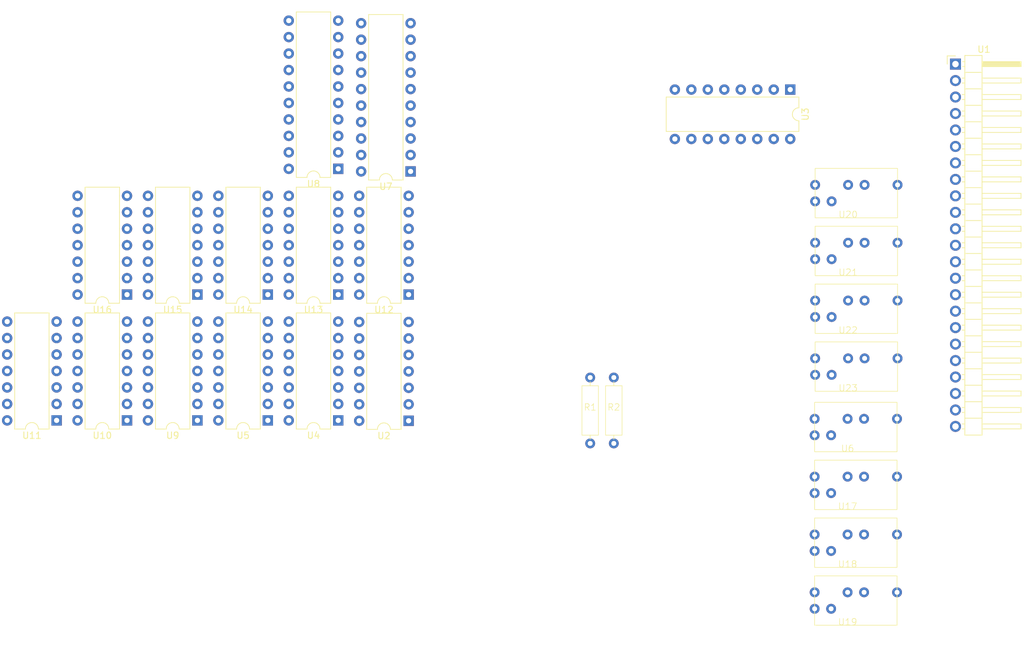
<source format=kicad_pcb>
(kicad_pcb (version 20240108) (generator "pcbnew") (generator_version "8.0")
  (layers (0 "F.Cu" signal) (31 "B.Cu" signal) (34 "B.Paste" user) (35 "F.Paste" user) (36 "B.SilkS" user "B.Silkscreen") (37 "F.SilkS" user "F.Silkscreen") (38 "B.Mask" user) (39 "F.Mask" user) (44 "Edge.Cuts" user))
  (net 0 "")
  (net 1 "Net-(U1-CALL_STACK-OE)")
  (net 2 "Net-(U1-INSTRUCTION-2)")
  (net 3 "Net-(U1-INSTRUCTION-1)")
  (net 4 "Net-(U1-BUS-0)")
  (net 5 "Net-(U1-V+)")
  (net 6 "Net-(U1-PROG_READ_DONE)")
  (net 7 "Net-(U1-POST_ADDER_LATCH_CLOCK)")
  (net 8 "Net-(U1-B_CLK)")
  (net 9 "Net-(U1-POST_ADDER_LATCH_OE)")
  (net 10 "Net-(U1-FAULT)")
  (net 11 "Net-(U1-INSTRUCTION-0)")
  (net 12 "Net-(U1-BUS_MOVE)")
  (net 13 "Net-(U1-A_CLK)")
  (net 14 "Net-(U1-BUS_MOVE_DONE)")
  (net 15 "Net-(U1-START)")
  (net 16 "Net-(U1-CALL_STACK-PUSH)")
  (net 17 "Net-(U1-INSTRUCTION-3)")
  (net 18 "Net-(U1-PRE_ADDER_LATCH_CLOCK)")
  (net 19 "Net-(U1-GOTO_LATCHES_OE)")
  (net 20 "Net-(U1-BUS_READ_GOTO-DECIDER)")
  (net 21 "Net-(U1-GND)")
  (net 22 "Net-(U2-OA)")
  (net 23 "Net-(U2-A2)")
  (net 25 "Net-(U2-A1)")
  (net 26 "Net-(U2-B0)")
  (net 27 "Net-(U10-1A)")
  (net 28 "Net-(U14-4Q)")
  (net 29 "Net-(U17-IN)")
  (net 31 "Net-(U10-0A)")
  (net 32 "Net-(U10-2B)")
  (net 33 "Net-(U10-2A)")
  (net 34 "Net-(U3-Y4)")
  (net 35 "Net-(U10-0B)")
  (net 36 "Net-(U16-1D)")
  (net 37 "Net-(U3-Y5)")
  (net 38 "Net-(U14-2A)")
  (net 39 "Net-(U13-0CLK)")
  (net 41 "Net-(U14-4A)")
  (net 43 "Net-(U15-4A)")
  (net 45 "Net-(U12-Q2)")
  (net 46 "Net-(U5-3Q)")
  (net 47 "Net-(U13-1Q3)")
  (net 48 "Net-(U5-1B)")
  (net 49 "Net-(U10-Q3)")
  (net 50 "Net-(U14-2B)")
  (net 51 "Net-(U12-0A)")
  (net 52 "Net-(U12-0B)")
  (net 53 "Net-(U5-2A)")
  (net 54 "Net-(U12-1B)")
  (net 56 "Net-(U11-B0)")
  (net 57 "Net-(U13-0D)")
  (net 58 "Net-(U11-A0)")
  (net 59 "Net-(U11-A1)")
  (net 60 "Net-(U11-A3)")
  (net 61 "Net-(U11-B1)")
  (net 63 "Net-(U15-4B)")
  (net 65 "Net-(U10-1B)")
  (net 68 "Net-(U11-OB)")
  (net 69 "Net-(U20-IN)")
  (net 70 "Net-(U10-3B)")
  (net 71 "Net-(U10-Q2)")
  (net 72 "Net-(U12-Q0)")
  (net 73 "Net-(U10-Q0)")
  (net 74 "Net-(U10-Q1)")
  (net 76 "Net-(U11-B2)")
  (net 78 "Net-(U12-3A)")
  (net 79 "Net-(U12-3B)")
  (net 80 "Net-(U12-Q3)")
  (net 81 "Net-(U12-2A)")
  (net 82 "Net-(U12-Q1)")
  (net 83 "Net-(U12-2B)")
  (net 84 "Net-(U12-1A)")
  (net 85 "Net-(U13-1CLK)")
  (net 86 "Net-(U13-0Q#)")
  (net 89 "Net-(U15-3B)")
  (footprint "Package_DIP:DIP-14_W7.62mm" (layer "F.Cu") (at 112.47 112.02 180)
    (property "Reference" "U4" (at 3.81 -2.33 180) (layer "F.SilkS"))
    (property "Value" "~")
    (pad "1" thru_hole rect (at 0 0 180) (size 1.6 1.6) (drill 0.8) (layers "*.Cu" "*.Mask") (net 21 "Net-(U1-GND)"))
    (pad "2" thru_hole oval (at 0 2.54 180) (size 1.6 1.6) (drill 0.8) (layers "*.Cu" "*.Mask"))
    (pad "3" thru_hole oval (at 0 5.08 180) (size 1.6 1.6) (drill 0.8) (layers "*.Cu" "*.Mask") (net 21 "Net-(U1-GND)"))
    (pad "4" thru_hole oval (at 0 7.62 180) (size 1.6 1.6) (drill 0.8) (layers "*.Cu" "*.Mask"))
    (pad "5" thru_hole oval (at 0 10.16 180) (size 1.6 1.6) (drill 0.8) (layers "*.Cu" "*.Mask") (net 45 "Net-(U12-Q2)"))
    (pad "6" thru_hole oval (at 0 12.7 180) (size 1.6 1.6) (drill 0.8) (layers "*.Cu" "*.Mask") (net 39 "Net-(U13-0CLK)"))
    (pad "7" thru_hole oval (at 0 15.24 180) (size 1.6 1.6) (drill 0.8) (layers "*.Cu" "*.Mask") (net 21 "Net-(U1-GND)"))
    (pad "8" thru_hole oval (at 7.62 15.24 180) (size 1.6 1.6) (drill 0.8) (layers "*.Cu" "*.Mask"))
    (pad "9" thru_hole oval (at 7.62 12.7 180) (size 1.6 1.6) (drill 0.8) (layers "*.Cu" "*.Mask") (net 21 "Net-(U1-GND)"))
    (pad "10" thru_hole oval (at 7.62 10.16 180) (size 1.6 1.6) (drill 0.8) (layers "*.Cu" "*.Mask") (net 38 "Net-(U14-2A)"))
    (pad "11" thru_hole oval (at 7.62 7.62 180) (size 1.6 1.6) (drill 0.8) (layers "*.Cu" "*.Mask") (net 41 "Net-(U14-4A)"))
    (pad "12" thru_hole oval (at 7.62 5.08 180) (size 1.6 1.6) (drill 0.8) (layers "*.Cu" "*.Mask") (net 43 "Net-(U15-4A)"))
    (pad "13" thru_hole oval (at 7.62 2.54 180) (size 1.6 1.6) (drill 0.8) (layers "*.Cu" "*.Mask") (net 13 "Net-(U1-A_CLK)"))
    (pad "14" thru_hole oval (at 7.62 0 180) (size 1.6 1.6) (drill 0.8) (layers "*.Cu" "*.Mask") (net 5 "Net-(U1-V+)"))
  )
  (footprint "custom_footprint_library:jumper" (layer "F.Cu") (at 190.97 125.775)
    (property "Reference" "U17" (at 0 -0.5 0) (layer "F.SilkS") (effects (font (thickness 0.1))))
    (property "Value" "~")
    (pad "1" thru_hole circle (at -5.08 -5.08) (size 1.524 1.524) (drill 0.762) (layers "*.Cu" "*.Mask") (net 29 "Net-(U17-IN)"))
    (pad "1" thru_hole circle (at 0 -5.08) (size 1.524 1.524) (drill 0.762) (layers "*.Cu" "*.Mask") (net 29 "Net-(U17-IN)"))
    (pad "2" thru_hole circle (at -5.08 -2.54) (size 1.524 1.524) (drill 0.762) (layers "*.Cu" "*.Mask") (net 21 "Net-(U1-GND)"))
    (pad "2" thru_hole circle (at -2.54 -2.54) (size 1.524 1.524) (drill 0.762) (layers "*.Cu" "*.Mask") (net 21 "Net-(U1-GND)"))
    (pad "3" thru_hole circle (at 2.54 -5.08) (size 1.524 1.524) (drill 0.762) (layers "*.Cu" "*.Mask") (net 16 "Net-(U1-CALL_STACK-PUSH)"))
    (pad "3" thru_hole circle (at 7.62 -5.08) (size 1.524 1.524) (drill 0.762) (layers "*.Cu" "*.Mask") (net 16 "Net-(U1-CALL_STACK-PUSH)"))
  )
  (footprint "Package_DIP:DIP-20_W7.62mm" (layer "F.Cu") (at 112.47 73.22 180)
    (property "Reference" "U8" (at 3.81 -2.33 180) (layer "F.SilkS"))
    (property "Value" "~")
    (pad "1" thru_hole rect (at 0 0 180) (size 1.6 1.6) (drill 0.8) (layers "*.Cu" "*.Mask") (net 21 "Net-(U1-GND)"))
    (pad "2" thru_hole oval (at 0 2.54 180) (size 1.6 1.6) (drill 0.8) (layers "*.Cu" "*.Mask") (net 34 "Net-(U3-Y4)"))
    (pad "3" thru_hole oval (at 0 5.08 180) (size 1.6 1.6) (drill 0.8) (layers "*.Cu" "*.Mask") (net 14 "Net-(U1-BUS_MOVE_DONE)"))
    (pad "4" thru_hole oval (at 0 7.62 180) (size 1.6 1.6) (drill 0.8) (layers "*.Cu" "*.Mask") (net 68 "Net-(U11-OB)"))
    (pad "5" thru_hole oval (at 0 10.16 180) (size 1.6 1.6) (drill 0.8) (layers "*.Cu" "*.Mask") (net 32 "Net-(U10-2B)"))
    (pad "6" thru_hole oval (at 0 12.7 180) (size 1.6 1.6) (drill 0.8) (layers "*.Cu" "*.Mask") (net 37 "Net-(U3-Y5)"))
    (pad "7" thru_hole oval (at 0 15.24 180) (size 1.6 1.6) (drill 0.8) (layers "*.Cu" "*.Mask") (net 21 "Net-(U1-GND)"))
    (pad "8" thru_hole oval (at 0 17.78 180) (size 1.6 1.6) (drill 0.8) (layers "*.Cu" "*.Mask") (net 21 "Net-(U1-GND)"))
    (pad "9" thru_hole oval (at 0 20.32 180) (size 1.6 1.6) (drill 0.8) (layers "*.Cu" "*.Mask") (net 21 "Net-(U1-GND)"))
    (pad "10" thru_hole oval (at 0 22.86 180) (size 1.6 1.6) (drill 0.8) (layers "*.Cu" "*.Mask") (net 21 "Net-(U1-GND)"))
    (pad "11" thru_hole oval (at 7.62 22.86 180) (size 1.6 1.6) (drill 0.8) (layers "*.Cu" "*.Mask") (net 8 "Net-(U1-B_CLK)"))
    (pad "12" thru_hole oval (at 7.62 20.32 180) (size 1.6 1.6) (drill 0.8) (layers "*.Cu" "*.Mask"))
    (pad "13" thru_hole oval (at 7.62 17.78 180) (size 1.6 1.6) (drill 0.8) (layers "*.Cu" "*.Mask"))
    (pad "14" thru_hole oval (at 7.62 15.24 180) (size 1.6 1.6) (drill 0.8) (layers "*.Cu" "*.Mask"))
    (pad "15" thru_hole oval (at 7.62 12.7 180) (size 1.6 1.6) (drill 0.8) (layers "*.Cu" "*.Mask") (net 29 "Net-(U17-IN)"))
    (pad "16" thru_hole oval (at 7.62 10.16 180) (size 1.6 1.6) (drill 0.8) (layers "*.Cu" "*.Mask") (net 48 "Net-(U5-1B)"))
    (pad "17" thru_hole oval (at 7.62 7.62 180) (size 1.6 1.6) (drill 0.8) (layers "*.Cu" "*.Mask") (net 65 "Net-(U10-1B)"))
    (pad "18" thru_hole oval (at 7.62 5.08 180) (size 1.6 1.6) (drill 0.8) (layers "*.Cu" "*.Mask") (net 26 "Net-(U2-B0)"))
    (pad "19" thru_hole oval (at 7.62 2.54 180) (size 1.6 1.6) (drill 0.8) (layers "*.Cu" "*.Mask") (net 23 "Net-(U2-A2)"))
    (pad "20" thru_hole oval (at 7.62 0 180) (size 1.6 1.6) (drill 0.8) (layers "*.Cu" "*.Mask") (net 5 "Net-(U1-V+)"))
  )
  (footprint "custom_footprint_library:jumper" (layer "F.Cu") (at 190.97 134.695)
    (property "Reference" "U18" (at 0 -0.5 0) (layer "F.SilkS") (effects (font (thickness 0.1))))
    (property "Value" "~")
    (pad "1" thru_hole circle (at -5.08 -5.08) (size 1.524 1.524) (drill 0.762) (layers "*.Cu" "*.Mask") (net 63 "Net-(U15-4B)"))
    (pad "1" thru_hole circle (at 0 -5.08) (size 1.524 1.524) (drill 0.762) (layers "*.Cu" "*.Mask") (net 63 "Net-(U15-4B)"))
    (pad "2" thru_hole circle (at -5.08 -2.54) (size 1.524 1.524) (drill 0.762) (layers "*.Cu" "*.Mask") (net 21 "Net-(U1-GND)"))
    (pad "2" thru_hole circle (at -2.54 -2.54) (size 1.524 1.524) (drill 0.762) (layers "*.Cu" "*.Mask") (net 21 "Net-(U1-GND)"))
    (pad "3" thru_hole circle (at 2.54 -5.08) (size 1.524 1.524) (drill 0.762) (layers "*.Cu" "*.Mask") (net 1 "Net-(U1-CALL_STACK-OE)"))
    (pad "3" thru_hole circle (at 7.62 -5.08) (size 1.524 1.524) (drill 0.762) (layers "*.Cu" "*.Mask") (net 1 "Net-(U1-CALL_STACK-OE)"))
  )
  (footprint "Package_DIP:DIP-14_W7.62mm" (layer "F.Cu") (at 123.32 112.075 180)
    (property "Reference" "U2" (at 3.81 -2.33 180) (layer "F.SilkS"))
    (property "Value" "~")
    (pad "1" thru_hole rect (at 0 0 180) (size 1.6 1.6) (drill 0.8) (layers "*.Cu" "*.Mask") (net 27 "Net-(U10-1A)"))
    (pad "2" thru_hole oval (at 0 2.54 180) (size 1.6 1.6) (drill 0.8) (layers "*.Cu" "*.Mask") (net 17 "Net-(U1-INSTRUCTION-3)"))
    (pad "3" thru_hole oval (at 0 5.08 180) (size 1.6 1.6) (drill 0.8) (layers "*.Cu" "*.Mask") (net 25 "Net-(U2-A1)"))
    (pad "4" thru_hole oval (at 0 7.62 180) (size 1.6 1.6) (drill 0.8) (layers "*.Cu" "*.Mask") (net 23 "Net-(U2-A2)"))
    (pad "5" thru_hole oval (at 0 10.16 180) (size 1.6 1.6) (drill 0.8) (layers "*.Cu" "*.Mask") (net 21 "Net-(U1-GND)"))
    (pad "6" thru_hole oval (at 0 12.7 180) (size 1.6 1.6) (drill 0.8) (layers "*.Cu" "*.Mask"))
    (pad "7" thru_hole oval (at 0 15.24 180) (size 1.6 1.6) (drill 0.8) (layers "*.Cu" "*.Mask") (net 21 "Net-(U1-GND)"))
    (pad "8" thru_hole oval (at 7.62 15.24 180) (size 1.6 1.6) (drill 0.8) (layers "*.Cu" "*.Mask"))
    (pad "9" thru_hole oval (at 7.62 12.7 180) (size 1.6 1.6) (drill 0.8) (layers "*.Cu" "*.Mask") (net 26 "Net-(U2-B0)"))
    (pad "10" thru_hole oval (at 7.62 10.16 180) (size 1.6 1.6) (drill 0.8) (layers "*.Cu" "*.Mask") (net 28 "Net-(U14-4Q)"))
    (pad "11" thru_hole oval (at 7.62 7.62 180) (size 1.6 1.6) (drill 0.8) (layers "*.Cu" "*.Mask") (net 23 "Net-(U2-A2)"))
    (pad "12" thru_hole oval (at 7.62 5.08 180) (size 1.6 1.6) (drill 0.8) (layers "*.Cu" "*.Mask") (net 29 "Net-(U17-IN)"))
    (pad "13" thru_hole oval (at 7.62 2.54 180) (size 1.6 1.6) (drill 0.8) (layers "*.Cu" "*.Mask") (net 22 "Net-(U2-OA)"))
    (pad "14" thru_hole oval (at 7.62 0 180) (size 1.6 1.6) (drill 0.8) (layers "*.Cu" "*.Mask") (net 5 "Net-(U1-V+)"))
  )
  (footprint "Package_DIP:DIP-14_W7.62mm" (layer "F.Cu") (at 101.62 92.62 180)
    (property "Reference" "U14" (at 3.81 -2.33 180) (layer "F.SilkS"))
    (property "Value" "~")
    (pad "1" thru_hole rect (at 0 0 180) (size 1.6 1.6) (drill 0.8) (layers "*.Cu" "*.Mask") (net 20 "Net-(U1-BUS_READ_GOTO-DECIDER)"))
    (pad "2" thru_hole oval (at 0 2.54 180) (size 1.6 1.6) (drill 0.8) (layers "*.Cu" "*.Mask") (net 13 "Net-(U1-A_CLK)"))
    (pad "3" thru_hole oval (at 0 5.08 180) (size 1.6 1.6) (drill 0.8) (layers "*.Cu" "*.Mask") (net 85 "Net-(U13-1CLK)"))
    (pad "4" thru_hole oval (at 0 7.62 180) (size 1.6 1.6) (drill 0.8) (layers "*.Cu" "*.Mask") (net 38 "Net-(U14-2A)"))
    (pad "5" thru_hole oval (at 0 10.16 180) (size 1.6 1.6) (drill 0.8) (layers "*.Cu" "*.Mask") (net 50 "Net-(U14-2B)"))
    (pad "6" thru_hole oval (at 0 12.7 180) (size 1.6 1.6) (drill 0.8) (layers "*.Cu" "*.Mask") (net 84 "Net-(U12-1A)"))
    (pad "7" thru_hole oval (at 0 15.24 180) (size 1.6 1.6) (drill 0.8) (layers "*.Cu" "*.Mask") (net 21 "Net-(U1-GND)"))
    (pad "8" thru_hole oval (at 7.62 15.24 180) (size 1.6 1.6) (drill 0.8) (layers "*.Cu" "*.Mask") (net 28 "Net-(U14-4Q)"))
    (pad "9" thru_hole oval (at 7.62 12.7 180) (size 1.6 1.6) (drill 0.8) (layers "*.Cu" "*.Mask") (net 50 "Net-(U14-2B)"))
    (pad "10" thru_hole oval (at 7.62 10.16 180) (size 1.6 1.6) (drill 0.8) (layers "*.Cu" "*.Mask") (net 41 "Net-(U14-4A)"))
    (pad "11" thru_hole oval (at 7.62 7.62 180) (size 1.6 1.6) (drill 0.8) (layers "*.Cu" "*.Mask"))
    (pad "12" thru_hole oval (at 7.62 5.08 180) (size 1.6 1.6) (drill 0.8) (layers "*.Cu" "*.Mask") (net 21 "Net-(U1-GND)"))
    (pad "13" thru_hole oval (at 7.62 2.54 180) (size 1.6 1.6) (drill 0.8) (layers "*.Cu" "*.Mask") (net 21 "Net-(U1-GND)"))
    (pad "14" thru_hole oval (at 7.62 0 180) (size 1.6 1.6) (drill 0.8) (layers "*.Cu" "*.Mask") (net 5 "Net-(U1-V+)"))
  )
  (footprint "custom_footprint_library:jumper" (layer "F.Cu") (at 190.97 116.855)
    (property "Reference" "U6" (at 0 -0.5 0) (layer "F.SilkS") (effects (font (thickness 0.1))))
    (property "Value" "~")
    (pad "1" thru_hole circle (at -5.08 -5.08) (size 1.524 1.524) (drill 0.762) (layers "*.Cu" "*.Mask") (net 22 "Net-(U2-OA)"))
    (pad "1" thru_hole circle (at 0 -5.08) (size 1.524 1.524) (drill 0.762) (layers "*.Cu" "*.Mask") (net 22 "Net-(U2-OA)"))
    (pad "2" thru_hole circle (at -5.08 -2.54) (size 1.524 1.524) (drill 0.762) (layers "*.Cu" "*.Mask") (net 21 "Net-(U1-GND)"))
    (pad "2" thru_hole circle (at -2.54 -2.54) (size 1.524 1.524) (drill 0.762) (layers "*.Cu" "*.Mask") (net 21 "Net-(U1-GND)"))
    (pad "3" thru_hole circle (at 2.54 -5.08) (size 1.524 1.524) (drill 0.762) (layers "*.Cu" "*.Mask") (net 10 "Net-(U1-FAULT)"))
    (pad "3" thru_hole circle (at 7.62 -5.08) (size 1.524 1.524) (drill 0.762) (layers "*.Cu" "*.Mask") (net 10 "Net-(U1-FAULT)"))
  )
  (footprint "Package_DIP:DIP-14_W7.62mm" (layer "F.Cu") (at 123.32 92.62 180)
    (property "Reference" "U12" (at 3.81 -2.33 180) (layer "F.SilkS"))
    (property "Value" "~")
    (pad "1" thru_hole rect (at 0 0 180) (size 1.6 1.6) (drill 0.8) (layers "*.Cu" "*.Mask") (net 51 "Net-(U12-0A)"))
    (pad "2" thru_hole oval (at 0 2.54 180) (size 1.6 1.6) (drill 0.8) (layers "*.Cu" "*.Mask") (net 52 "Net-(U12-0B)"))
    (pad "3" thru_hole oval (at 0 5.08 180) (size 1.6 1.6) (drill 0.8) (layers "*.Cu" "*.Mask") (net 72 "Net-(U12-Q0)"))
    (pad "4" thru_hole oval (at 0 7.62 180) (size 1.6 1.6) (drill 0.8) (layers "*.Cu" "*.Mask") (net 82 "Net-(U12-Q1)"))
    (pad "5" thru_hole oval (at 0 10.16 180) (size 1.6 1.6) (drill 0.8) (layers "*.Cu" "*.Mask") (net 84 "Net-(U12-1A)"))
    (pad "6" thru_hole oval (at 0 12.7 180) (size 1.6 1.6) (drill 0.8) (layers "*.Cu" "*.Mask") (net 54 "Net-(U12-1B)"))
    (pad "7" thru_hole oval (at 0 15.24 180) (size 1.6 1.6) (drill 0.8) (layers "*.Cu" "*.Mask") (net 21 "Net-(U1-GND)"))
    (pad "8" thru_hole oval (at 7.62 15.24 180) (size 1.6 1.6) (drill 0.8) (layers "*.Cu" "*.Mask") (net 81 "Net-(U12-2A)"))
    (pad "9" thru_hole oval (at 7.62 12.7 180) (size 1.6 1.6) (drill 0.8) (layers "*.Cu" "*.Mask") (net 83 "Net-(U12-2B)"))
    (pad "10" thru_hole oval (at 7.62 10.16 180) (size 1.6 1.6) (drill 0.8) (layers "*.Cu" "*.Mask") (net 45 "Net-(U12-Q2)"))
    (pad "11" thru_hole oval (at 7.62 7.62 180) (size 1.6 1.6) (drill 0.8) (layers "*.Cu" "*.Mask") (net 80 "Net-(U12-Q3)"))
    (pad "12" thru_hole oval (at 7.62 5.08 180) (size 1.6 1.6) (drill 0.8) (layers "*.Cu" "*.Mask") (net 78 "Net-(U12-3A)"))
    (pad "13" thru_hole oval (at 7.62 2.54 180) (size 1.6 1.6) (drill 0.8) (layers "*.Cu" "*.Mask") (net 79 "Net-(U12-3B)"))
    (pad "14" thru_hole oval (at 7.62 0 180) (size 1.6 1.6) (drill 0.8) (layers "*.Cu" "*.Mask") (net 5 "Net-(U1-V+)"))
  )
  (footprint "Package_DIP:DIP-16_W7.62mm" (layer "F.Cu") (at 182.13 60.995 -90)
    (property "Reference" "U3" (at 3.81 -2.33 90) (layer "F.SilkS"))
    (property "Value" "~")
    (pad "1" thru_hole rect (at 0 0 270) (size 1.6 1.6) (drill 0.8) (layers "*.Cu" "*.Mask") (net 11 "Net-(U1-INSTRUCTION-0)"))
    (pad "2" thru_hole oval (at 0 2.54 270) (size 1.6 1.6) (drill 0.8) (layers "*.Cu" "*.Mask") (net 3 "Net-(U1-INSTRUCTION-1)"))
    (pad "3" thru_hole oval (at 0 5.08 270) (size 1.6 1.6) (drill 0.8) (layers "*.Cu" "*.Mask") (net 2 "Net-(U1-INSTRUCTION-2)"))
    (pad "4" thru_hole oval (at 0 7.62 270) (size 1.6 1.6) (drill 0.8) (layers "*.Cu" "*.Mask") (net 17 "Net-(U1-INSTRUCTION-3)"))
    (pad "5" thru_hole oval (at 0 10.16 270) (size 1.6 1.6) (drill 0.8) (layers "*.Cu" "*.Mask") (net 21 "Net-(U1-GND)"))
    (pad "6" thru_hole oval (at 0 12.7 270) (size 1.6 1.6) (drill 0.8) (layers "*.Cu" "*.Mask") (net 6 "Net-(U1-PROG_READ_DONE)"))
    (pad "7" thru_hole oval (at 0 15.24 270) (size 1.6 1.6) (drill 0.8) (layers "*.Cu" "*.Mask") (net 25 "Net-(U2-A1)"))
    (pad "8" thru_hole oval (at 0 17.78 270) (size 1.6 1.6) (drill 0.8) (layers "*.Cu" "*.Mask") (net 21 "Net-(U1-GND)"))
    (pad "9" thru_hole oval (at 7.62 17.78 270) (size 1.6 1.6) (drill 0.8) (layers "*.Cu" "*.Mask") (net 36 "Net-(U16-1D)"))
    (pad "10" thru_hole oval (at 7.62 15.24 270) (size 1.6 1.6) (drill 0.8) (layers "*.Cu" "*.Mask") (net 37 "Net-(U3-Y5)"))
    (pad "11" thru_hole oval (at 7.62 12.7 270) (size 1.6 1.6) (drill 0.8) (layers "*.Cu" "*.Mask") (net 34 "Net-(U3-Y4)"))
    (pad "12" thru_hole oval (at 7.62 10.16 270) (size 1.6 1.6) (drill 0.8) (layers "*.Cu" "*.Mask") (net 32 "Net-(U10-2B)"))
    (pad "13" thru_hole oval (at 7.62 7.62 270) (size 1.6 1.6) (drill 0.8) (layers "*.Cu" "*.Mask") (net 33 "Net-(U10-2A)"))
    (pad "14" thru_hole oval (at 7.62 5.08 270) (size 1.6 1.6) (drill 0.8) (layers "*.Cu" "*.Mask") (net 35 "Net-(U10-0B)"))
    (pad "15" thru_hole oval (at 7.62 2.54 270) (size 1.6 1.6) (drill 0.8) (layers "*.Cu" "*.Mask") (net 31 "Net-(U10-0A)"))
    (pad "16" thru_hole oval (at 7.62 0 270) (size 1.6 1.6) (drill 0.8) (layers "*.Cu" "*.Mask") (net 5 "Net-(U1-V+)"))
  )
  (footprint "Package_DIP:DIP-14_W7.62mm" (layer "F.Cu") (at 79.92 112.02 180)
    (property "Reference" "U10" (at 3.81 -2.33 180) (layer "F.SilkS"))
    (property "Value" "~")
    (pad "1" thru_hole rect (at 0 0 180) (size 1.6 1.6) (drill 0.8) (layers "*.Cu" "*.Mask") (net 31 "Net-(U10-0A)"))
    (pad "2" thru_hole oval (at 0 2.54 180) (size 1.6 1.6) (drill 0.8) (layers "*.Cu" "*.Mask") (net 35 "Net-(U10-0B)"))
    (pad "3" thru_hole oval (at 0 5.08 180) (size 1.6 1.6) (drill 0.8) (layers "*.Cu" "*.Mask") (net 73 "Net-(U10-Q0)"))
    (pad "4" thru_hole oval (at 0 7.62 180) (size 1.6 1.6) (drill 0.8) (layers "*.Cu" "*.Mask") (net 74 "Net-(U10-Q1)"))
    (pad "5" thru_hole oval (at 0 10.16 180) (size 1.6 1.6) (drill 0.8) (layers "*.Cu" "*.Mask") (net 27 "Net-(U10-1A)"))
    (pad "6" thru_hole oval (at 0 12.7 180) (size 1.6 1.6) (drill 0.8) (layers "*.Cu" "*.Mask") (net 65 "Net-(U10-1B)"))
    (pad "7" thru_hole oval (at 0 15.24 180) (size 1.6 1.6) (drill 0.8) (layers "*.Cu" "*.Mask") (net 21 "Net-(U1-GND)"))
    (pad "8" thru_hole oval (at 7.62 15.24 180) (size 1.6 1.6) (drill 0.8) (layers "*.Cu" "*.Mask") (net 33 "Net-(U10-2A)"))
    (pad "9" thru_hole oval (at 7.62 12.7 180) (size 1.6 1.6) (drill 0.8) (layers "*.Cu" "*.Mask") (net 32 "Net-(U10-2B)"))
    (pad "10" thru_hole oval (at 7.62 10.16 180) (size 1.6 1.6) (drill 0.8) (layers "*.Cu" "*.Mask") (net 71 "Net-(U10-Q2)"))
    (pad "11" thru_hole oval (at 7.62 7.62 180) (size 1.6 1.6) (drill 0.8) (layers "*.Cu" "*.Mask") (net 49 "Net-(U10-Q3)"))
    (pad "12" thru_hole oval (at 7.62 5.08 180) (size 1.6 1.6) (drill 0.8) (layers "*.Cu" "*.Mask") (net 14 "Net-(U1-BUS_MOVE_DONE)"))
    (pad "13" thru_hole oval (at 7.62 2.54 180) (size 1.6 1.6) (drill 0.8) (layers "*.Cu" "*.Mask") (net 70 "Net-(U10-3B)"))
    (pad "14" thru_hole oval (at 7.62 0 180) (size 1.6 1.6) (drill 0.8) (layers "*.Cu" "*.Mask") (net 5 "Net-(U1-V+)"))
  )
  (footprint "custom_footprint_library:jumper" (layer "F.Cu") (at 191.05 89.695)
    (property "Reference" "U21" (at 0 -0.5 0) (layer "F.SilkS") (effects (font (thickness 0.1))))
    (property "Value" "~")
    (pad "1" thru_hole circle (at -5.08 -5.08) (size 1.524 1.524) (drill 0.762) (layers "*.Cu" "*.Mask") (net 68 "Net-(U11-OB)"))
    (pad "1" thru_hole circle (at 0 -5.08) (size 1.524 1.524) (drill 0.762) (layers "*.Cu" "*.Mask") (net 68 "Net-(U11-OB)"))
    (pad "2" thru_hole circle (at -5.08 -2.54) (size 1.524 1.524) (drill 0.762) (layers "*.Cu" "*.Mask") (net 21 "Net-(U1-GND)"))
    (pad "2" thru_hole circle (at -2.54 -2.54) (size 1.524 1.524) (drill 0.762) (layers "*.Cu" "*.Mask") (net 21 "Net-(U1-GND)"))
    (pad "3" thru_hole circle (at 2.54 -5.08) (size 1.524 1.524) (drill 0.762) (layers "*.Cu" "*.Mask") (net 18 "Net-(U1-PRE_ADDER_LATCH_CLOCK)"))
    (pad "3" thru_hole circle (at 7.62 -5.08) (size 1.524 1.524) (drill 0.762) (layers "*.Cu" "*.Mask") (net 18 "Net-(U1-PRE_ADDER_LATCH_CLOCK)"))
  )
  (footprint "custom_footprint_library:jumper" (layer "F.Cu") (at 191.05 98.615)
    (property "Reference" "U22" (at 0 -0.5 0) (layer "F.SilkS") (effects (font (thickness 0.1))))
    (property "Value" "~")
    (pad "1" thru_hole circle (at -5.08 -5.08) (size 1.524 1.524) (drill 0.762) (layers "*.Cu" "*.Mask") (net 65 "Net-(U10-1B)"))
    (pad "1" thru_hole circle (at 0 -5.08) (size 1.524 1.524) (drill 0.762) (layers "*.Cu" "*.Mask") (net 65 "Net-(U10-1B)"))
    (pad "2" thru_hole circle (at -5.08 -2.54) (size 1.524 1.524) (drill 0.762) (layers "*.Cu" "*.Mask") (net 21 "Net-(U1-GND)"))
    (pad "2" thru_hole circle (at -2.54 -2.54) (size 1.524 1.524) (drill 0.762) (layers "*.Cu" "*.Mask") (net 21 "Net-(U1-GND)"))
    (pad "3" thru_hole circle (at 2.54 -5.08) (size 1.524 1.524) (drill 0.762) (layers "*.Cu" "*.Mask") (net 7 "Net-(U1-POST_ADDER_LATCH_CLOCK)"))
    (pad "3" thru_hole circle (at 7.62 -5.08) (size 1.524 1.524) (drill 0.762) (layers "*.Cu" "*.Mask") (net 7 "Net-(U1-POST_ADDER_LATCH_CLOCK)"))
  )
  (footprint "Package_DIP:DIP-14_W7.62mm" (layer "F.Cu") (at 90.77 112.02 180)
    (property "Reference" "U9" (at 3.81 -2.33 180) (layer "F.SilkS"))
    (property "Value" "~")
    (pad "1" thru_hole rect (at 0 0 180) (size 1.6 1.6) (drill 0.8) (layers "*.Cu" "*.Mask") (net 69 "Net-(U20-IN)"))
    (pad "2" thru_hole oval (at 0 2.54 180) (size 1.6 1.6) (drill 0.8) (layers "*.Cu" "*.Mask") (net 70 "Net-(U10-3B)"))
    (pad "3" thru_hole oval (at 0 5.08 180) (size 1.6 1.6) (drill 0.8) (layers "*.Cu" "*.Mask") (net 46 "Net-(U5-3Q)"))
    (pad "4" thru_hole oval (at 0 7.62 180) (size 1.6 1.6) (drill 0.8) (layers "*.Cu" "*.Mask") (net 21 "Net-(U1-GND)"))
    (pad "5" thru_hole oval (at 0 10.16 180) (size 1.6 1.6) (drill 0.8) (layers "*.Cu" "*.Mask") (net 73 "Net-(U10-Q0)"))
    (pad "6" thru_hole oval (at 0 12.7 180) (size 1.6 1.6) (drill 0.8) (layers "*.Cu" "*.Mask") (net 21 "Net-(U1-GND)"))
    (pad "7" thru_hole oval (at 0 15.24 180) (size 1.6 1.6) (drill 0.8) (layers "*.Cu" "*.Mask") (net 21 "Net-(U1-GND)"))
    (pad "8" thru_hole oval (at 7.62 15.24 180) (size 1.6 1.6) (drill 0.8) (layers "*.Cu" "*.Mask") (net 21 "Net-(U1-GND)"))
    (pad "9" thru_hole oval (at 7.62 12.7 180) (size 1.6 1.6) (drill 0.8) (layers "*.Cu" "*.Mask") (net 71 "Net-(U10-Q2)"))
    (pad "10" thru_hole oval (at 7.62 10.16 180) (size 1.6 1.6) (drill 0.8) (layers "*.Cu" "*.Mask") (net 21 "Net-(U1-GND)"))
    (pad "11" thru_hole oval (at 7.62 7.62 180) (size 1.6 1.6) (drill 0.8) (layers "*.Cu" "*.Mask") (net 72 "Net-(U12-Q0)"))
    (pad "12" thru_hole oval (at 7.62 5.08 180) (size 1.6 1.6) (drill 0.8) (layers "*.Cu" "*.Mask") (net 53 "Net-(U5-2A)"))
    (pad "13" thru_hole oval (at 7.62 2.54 180) (size 1.6 1.6) (drill 0.8) (layers "*.Cu" "*.Mask") (net 50 "Net-(U14-2B)"))
    (pad "14" thru_hole oval (at 7.62 0 180) (size 1.6 1.6) (drill 0.8) (layers "*.Cu" "*.Mask") (net 5 "Net-(U1-V+)"))
  )
  (footprint "custom_footprint_library:0.4_pitch_resistor" (layer "F.Cu") (at 154.94 110.49)
    (property "Reference" "R2" (at 0 -0.5 0) (layer "F.SilkS") (effects (font (thickness 0.1))))
    (property "Value" "10k")
    (pad "1" thru_hole circle (at 0 -5.08) (size 1.524 1.524) (drill 0.762) (layers "*.Cu" "*.Mask") (net 14 "Net-(U1-BUS_MOVE_DONE)"))
    (pad "2" thru_hole circle (at 0 5.08) (size 1.524 1.524) (drill 0.762) (layers "*.Cu" "*.Mask") (net 21 "Net-(U1-GND)"))
  )
  (footprint "custom_footprint_library:jumper" (layer "F.Cu") (at 191.05 107.535)
    (property "Reference" "U23" (at 0 -0.5 0) (layer "F.SilkS") (effects (font (thickness 0.1))))
    (property "Value" "~")
    (pad "1" thru_hole circle (at -5.08 -5.08) (size 1.524 1.524) (drill 0.762) (layers "*.Cu" "*.Mask") (net 74 "Net-(U10-Q1)"))
    (pad "1" thru_hole circle (at 0 -5.08) (size 1.524 1.524) (drill 0.762) (layers "*.Cu" "*.Mask") (net 74 "Net-(U10-Q1)"))
    (pad "2" thru_hole circle (at -5.08 -2.54) (size 1.524 1.524) (drill 0.762) (layers "*.Cu" "*.Mask") (net 21 "Net-(U1-GND)"))
    (pad "2" thru_hole circle (at -2.54 -2.54) (size 1.524 1.524) (drill 0.762) (layers "*.Cu" "*.Mask") (net 21 "Net-(U1-GND)"))
    (pad "3" thru_hole circle (at 2.54 -5.08) (size 1.524 1.524) (drill 0.762) (layers "*.Cu" "*.Mask") (net 9 "Net-(U1-POST_ADDER_LATCH_OE)"))
    (pad "3" thru_hole circle (at 7.62 -5.08) (size 1.524 1.524) (drill 0.762) (layers "*.Cu" "*.Mask") (net 9 "Net-(U1-POST_ADDER_LATCH_OE)"))
  )
  (footprint "Package_DIP:DIP-14_W7.62mm" (layer "F.Cu") (at 101.62 112.02 180)
    (property "Reference" "U5" (at 3.81 -2.33 180) (layer "F.SilkS"))
    (property "Value" "~")
    (pad "1" thru_hole rect (at 0 0 180) (size 1.6 1.6) (drill 0.8) (layers "*.Cu" "*.Mask") (net 47 "Net-(U13-1Q3)"))
    (pad "2" thru_hole oval (at 0 2.54 180) (size 1.6 1.6) (drill 0.8) (layers "*.Cu" "*.Mask") (net 48 "Net-(U5-1B)"))
    (pad "3" thru_hole oval (at 0 5.08 180) (size 1.6 1.6) (drill 0.8) (layers "*.Cu" "*.Mask") (net 41 "Net-(U14-4A)"))
    (pad "4" thru_hole oval (at 0 7.62 180) (size 1.6 1.6) (drill 0.8) (layers "*.Cu" "*.Mask") (net 53 "Net-(U5-2A)"))
    (pad "5" thru_hole oval (at 0 10.16 180) (size 1.6 1.6) (drill 0.8) (layers "*.Cu" "*.Mask") (net 8 "Net-(U1-B_CLK)"))
    (pad "6" thru_hole oval (at 0 12.7 180) (size 1.6 1.6) (drill 0.8) (layers "*.Cu" "*.Mask") (net 52 "Net-(U12-0B)"))
    (pad "7" thru_hole oval (at 0 15.24 180) (size 1.6 1.6) (drill 0.8) (layers "*.Cu" "*.Mask") (net 21 "Net-(U1-GND)"))
    (pad "8" thru_hole oval (at 7.62 15.24 180) (size 1.6 1.6) (drill 0.8) (layers "*.Cu" "*.Mask") (net 51 "Net-(U12-0A)"))
    (pad "9" thru_hole oval (at 7.62 12.7 180) (size 1.6 1.6) (drill 0.8) (layers "*.Cu" "*.Mask") (net 43 "Net-(U15-4A)"))
    (pad "10" thru_hole oval (at 7.62 10.16 180) (size 1.6 1.6) (drill 0.8) (layers "*.Cu" "*.Mask") (net 50 "Net-(U14-2B)"))
    (pad "11" thru_hole oval (at 7.62 7.62 180) (size 1.6 1.6) (drill 0.8) (layers "*.Cu" "*.Mask") (net 46 "Net-(U5-3Q)"))
    (pad "12" thru_hole oval (at 7.62 5.08 180) (size 1.6 1.6) (drill 0.8) (layers "*.Cu" "*.Mask") (net 49 "Net-(U10-Q3)"))
    (pad "13" thru_hole oval (at 7.62 2.54 180) (size 1.6 1.6) (drill 0.8) (layers "*.Cu" "*.Mask") (net 8 "Net-(U1-B_CLK)"))
    (pad "14" thru_hole oval (at 7.62 0 180) (size 1.6 1.6) (drill 0.8) (layers "*.Cu" "*.Mask") (net 5 "Net-(U1-V+)"))
  )
  (footprint "Connector_PinHeader_2.54mm:PinHeader_1x23_P2.54mm_Horizontal" (layer "F.Cu") (at 207.595 57.07)
    (property "Reference" "U1" (at 4.385 -2.27 0) (layer "F.SilkS"))
    (property "Value" "~")
    (pad "1" thru_hole rect (at 0 0) (size 1.7 1.7) (drill 1) (layers "*.Cu" "*.Mask") (net 5 "Net-(U1-V+)"))
    (pad "2" thru_hole oval (at 0 2.54) (size 1.7 1.7) (drill 1) (layers "*.Cu" "*.Mask") (net 21 "Net-(U1-GND)"))
    (pad "3" thru_hole oval (at 0 5.08) (size 1.7 1.7) (drill 1) (layers "*.Cu" "*.Mask") (net 13 "Net-(U1-A_CLK)"))
    (pad "4" thru_hole oval (at 0 7.62) (size 1.7 1.7) (drill 1) (layers "*.Cu" "*.Mask") (net 8 "Net-(U1-B_CLK)"))
    (pad "5" thru_hole oval (at 0 10.16) (size 1.7 1.7) (drill 1) (layers "*.Cu" "*.Mask") (net 14 "Net-(U1-BUS_MOVE_DONE)"))
    (pad "6" thru_hole oval (at 0 12.7) (size 1.7 1.7) (drill 1) (layers "*.Cu" "*.Mask") (net 6 "Net-(U1-PROG_READ_DONE)"))
    (pad "7" thru_hole oval (at 0 15.24) (size 1.7 1.7) (drill 1) (layers "*.Cu" "*.Mask") (net 11 "Net-(U1-INSTRUCTION-0)"))
    (pad "8" thru_hole oval (at 0 17.78) (size 1.7 1.7) (drill 1) (layers "*.Cu" "*.Mask") (net 3 "Net-(U1-INSTRUCTION-1)"))
    (pad "9" thru_hole oval (at 0 20.32) (size 1.7 1.7) (drill 1) (layers "*.Cu" "*.Mask") (net 2 "Net-(U1-INSTRUCTION-2)"))
    (pad "10" thru_hole oval (at 0 22.86) (size 1.7 1.7) (drill 1) (layers "*.Cu" "*.Mask") (net 17 "Net-(U1-INSTRUCTION-3)"))
    (pad "11" thru_hole oval (at 0 25.4) (size 1.7 1.7) (drill 1) (layers "*.Cu" "*.Mask") (net 4 "Net-(U1-BUS-0)"))
    (pad "12" thru_hole oval (at 0 27.94) (size 1.7 1.7) (drill 1) (layers "*.Cu" "*.Mask") (net 15 "Net-(U1-START)"))
    (pad "13" thru_hole oval (at 0 30.48) (size 1.7 1.7) (drill 1) (layers "*.Cu" "*.Mask") (net 20 "Net-(U1-BUS_READ_GOTO-DECIDER)"))
    (pad "14" thru_hole oval (at 0 33.02) (size 1.7 1.7) (drill 1) (layers "*.Cu" "*.Mask") (net 12 "Net-(U1-BUS_MOVE)"))
    (pad "15" thru_hole oval (at 0 35.56) (size 1.7 1.7) (drill 1) (layers "*.Cu" "*.Mask") (net 18 "Net-(U1-PRE_ADDER_LATCH_CLOCK)"))
    (pad "16" thru_hole oval (at 0 38.1) (size 1.7 1.7) (drill 1) (layers "*.Cu" "*.Mask") (net 7 "Net-(U1-POST_ADDER_LATCH_CLOCK)"))
    (pad "17" thru_hole oval (at 0 40.64) (size 1.7 1.7) (drill 1) (layers "*.Cu" "*.Mask") (net 9 "Net-(U1-POST_ADDER_LATCH_OE)"))
    (pad "18" thru_hole oval (at 0 43.18) (size 1.7 1.7) (drill 1) (layers "*.Cu" "*.Mask") (net 7 "Net-(U1-POST_ADDER_LATCH_CLOCK)"))
    (pad "19" thru_hole oval (at 0 45.72) (size 1.7 1.7) (drill 1) (layers "*.Cu" "*.Mask") (net 10 "Net-(U1-FAULT)"))
    (pad "20" thru_hole oval (at 0 48.26) (size 1.7 1.7) (drill 1) (layers "*.Cu" "*.Mask") (net 16 "Net-(U1-CALL_STACK-PUSH)"))
    (pad "21" thru_hole oval (at 0 50.8) (size 1.7 1.7) (drill 1) (layers "*.Cu" "*.Mask") (net 1 "Net-(U1-CALL_STACK-OE)"))
    (pad "22" thru_hole oval (at 0 53.34) (size 1.7 1.7) (drill 1) (layers "*.Cu" "*.Mask") (net 1 "Net-(U1-CALL_STACK-OE)"))
    (pad "23" thru_hole oval (at 0 55.88) (size 1.7 1.7) (drill 1) (layers "*.Cu" "*.Mask") (net 19 "Net-(U1-GOTO_LATCHES_OE)"))
  )
  (footprint "custom_footprint_library:jumper" (layer "F.Cu") (at 191.05 80.775)
    (property "Reference" "U20" (at 0 -0.5 0) (layer "F.SilkS") (effects (font (thickness 0.1))))
    (property "Value" "~")
    (pad "1" thru_hole circle (at -5.08 -5.08) (size 1.524 1.524) (drill 0.762) (layers "*.Cu" "*.Mask") (net 69 "Net-(U20-IN)"))
    (pad "1" thru_hole circle (at 0 -5.08) (size 1.524 1.524) (drill 0.762) (layers "*.Cu" "*.Mask") (net 69 "Net-(U20-IN)"))
    (pad "2" thru_hole circle (at -5.08 -2.54) (size 1.524 1.524) (drill 0.762) (layers "*.Cu" "*.Mask") (net 21 "Net-(U1-GND)"))
    (pad "2" thru_hole circle (at -2.54 -2.54) (size 1.524 1.524) (drill 0.762) (layers "*.Cu" "*.Mask") (net 21 "Net-(U1-GND)"))
    (pad "3" thru_hole circle (at 2.54 -5.08) (size 1.524 1.524) (drill 0.762) (layers "*.Cu" "*.Mask") (net 12 "Net-(U1-BUS_MOVE)"))
    (pad "3" thru_hole circle (at 7.62 -5.08) (size 1.524 1.524) (drill 0.762) (layers "*.Cu" "*.Mask") (net 12 "Net-(U1-BUS_MOVE)"))
  )
  (footprint "custom_footprint_library:0.4_pitch_resistor" (layer "F.Cu") (at 151.3 110.49)
    (property "Reference" "R1" (at 0 -0.5 0) (layer "F.SilkS") (effects (font (thickness 0.1))))
    (property "Value" "10k")
    (pad "1" thru_hole circle (at 0 -5.08) (size 1.524 1.524) (drill 0.762) (layers "*.Cu" "*.Mask") (net 15 "Net-(U1-START)"))
    (pad "2" thru_hole circle (at 0 5.08) (size 1.524 1.524) (drill 0.762) (layers "*.Cu" "*.Mask") (net 21 "Net-(U1-GND)"))
  )
  (footprint "Package_DIP:DIP-20_W7.62mm" (layer "F.Cu") (at 123.62 73.62 180)
    (property "Reference" "U7" (at 3.81 -2.33 180) (layer "F.SilkS"))
    (property "Value" "~")
    (pad "1" thru_hole rect (at 0 0 180) (size 1.6 1.6) (drill 0.8) (layers "*.Cu" "*.Mask") (net 21 "Net-(U1-GND)"))
    (pad "2" thru_hole oval (at 0 2.54 180) (size 1.6 1.6) (drill 0.8) (layers "*.Cu" "*.Mask") (net 26 "Net-(U2-B0)"))
    (pad "3" thru_hole oval (at 0 5.08 180) (size 1.6 1.6) (drill 0.8) (layers "*.Cu" "*.Mask") (net 50 "Net-(U14-2B)"))
    (pad "4" thru_hole oval (at 0 7.62 180) (size 1.6 1.6) (drill 0.8) (layers "*.Cu" "*.Mask") (net 29 "Net-(U17-IN)"))
    (pad "5" thru_hole oval (at 0 10.16 180) (size 1.6 1.6) (drill 0.8) (layers "*.Cu" "*.Mask") (net 54 "Net-(U12-1B)"))
    (pad "6" thru_hole oval (at 0 12.7 180) (size 1.6 1.6) (drill 0.8) (layers "*.Cu" "*.Mask") (net 63 "Net-(U15-4B)"))
    (pad "7" thru_hole oval (at 0 15.24 180) (size 1.6 1.6) (drill 0.8) (layers "*.Cu" "*.Mask") (net 23 "Net-(U2-A2)"))
    (pad "8" thru_hole oval (at 0 17.78 180) (size 1.6 1.6) (drill 0.8) (layers "*.Cu" "*.Mask") (net 21 "Net-(U1-GND)"))
    (pad "9" thru_hole oval (at 0 20.32 180) (size 1.6 1.6) (drill 0.8) (layers "*.Cu" "*.Mask") (net 21 "Net-(U1-GND)"))
    (pad "10" thru_hole oval (at 0 22.86 180) (size 1.6 1.6) (drill 0.8) (layers "*.Cu" "*.Mask") (net 21 "Net-(U1-GND)"))
    (pad "11" thru_hole oval (at 7.62 22.86 180) (size 1.6 1.6) (drill 0.8) (layers "*.Cu" "*.Mask") (net 13 "Net-(U1-A_CLK)"))
    (pad "12" thru_hole oval (at 7.62 20.32 180) (size 1.6 1.6) (drill 0.8) (layers "*.Cu" "*.Mask"))
    (pad "13" thru_hole oval (at 7.62 17.78 180) (size 1.6 1.6) (drill 0.8) (layers "*.Cu" "*.Mask"))
    (pad "14" thru_hole oval (at 7.62 15.24 180) (size 1.6 1.6) (drill 0.8) (layers "*.Cu" "*.Mask") (net 61 "Net-(U11-B1)"))
    (pad "15" thru_hole oval (at 7.62 12.7 180) (size 1.6 1.6) (drill 0.8) (layers "*.Cu" "*.Mask") (net 56 "Net-(U11-B0)"))
    (pad "16" thru_hole oval (at 7.62 10.16 180) (size 1.6 1.6) (drill 0.8) (layers "*.Cu" "*.Mask") (net 60 "Net-(U11-A3)"))
    (pad "17" thru_hole oval (at 7.62 7.62 180) (size 1.6 1.6) (drill 0.8) (layers "*.Cu" "*.Mask") (net 57 "Net-(U13-0D)"))
    (pad "18" thru_hole oval (at 7.62 5.08 180) (size 1.6 1.6) (drill 0.8) (layers "*.Cu" "*.Mask") (net 58 "Net-(U11-A0)"))
    (pad "19" thru_hole oval (at 7.62 2.54 180) (size 1.6 1.6) (drill 0.8) (layers "*.Cu" "*.Mask") (net 59 "Net-(U11-A1)"))
    (pad "20" thru_hole oval (at 7.62 0 180) (size 1.6 1.6) (drill 0.8) (layers "*.Cu" "*.Mask") (net 5 "Net-(U1-V+)"))
  )
  (footprint "custom_footprint_library:jumper" (layer "F.Cu") (at 190.97 143.615)
    (property "Reference" "U19" (at 0 -0.5 0) (layer "F.SilkS") (effects (font (thickness 0.1))))
    (property "Value" "~")
    (pad "1" thru_hole circle (at -5.08 -5.08) (size 1.524 1.524) (drill 0.762) (layers "*.Cu" "*.Mask") (net 82 "Net-(U12-Q1)"))
    (pad "1" thru_hole circle (at 0 -5.08) (size 1.524 1.524) (drill 0.762) (layers "*.Cu" "*.Mask") (net 82 "Net-(U12-Q1)"))
    (pad "2" thru_hole circle (at -5.08 -2.54) (size 1.524 1.524) (drill 0.762) (layers "*.Cu" "*.Mask") (net 21 "Net-(U1-GND)"))
    (pad "2" thru_hole circle (at -2.54 -2.54) (size 1.524 1.524) (drill 0.762) (layers "*.Cu" "*.Mask") (net 21 "Net-(U1-GND)"))
    (pad "3" thru_hole circle (at 2.54 -5.08) (size 1.524 1.524) (drill 0.762) (layers "*.Cu" "*.Mask") (net 19 "Net-(U1-GOTO_LATCHES_OE)"))
    (pad "3" thru_hole circle (at 7.62 -5.08) (size 1.524 1.524) (drill 0.762) (layers "*.Cu" "*.Mask") (net 19 "Net-(U1-GOTO_LATCHES_OE)"))
  )
  (footprint "Package_DIP:DIP-14_W7.62mm" (layer "F.Cu") (at 69.07 112.02 180)
    (property "Reference" "U11" (at 3.81 -2.33 180) (layer "F.SilkS"))
    (property "Value" "~")
    (pad "1" thru_hole rect (at 0 0 180) (size 1.6 1.6) (drill 0.8) (layers "*.Cu" "*.Mask") (net 68 "Net-(U11-OB)"))
    (pad "2" thru_hole oval (at 0 2.54 180) (size 1.6 1.6) (drill 0.8) (layers "*.Cu" "*.Mask") (net 58 "Net-(U11-A0)"))
    (pad "3" thru_hole oval (at 0 5.08 180) (size 1.6 1.6) (drill 0.8) (layers "*.Cu" "*.Mask") (net 59 "Net-(U11-A1)"))
    (pad "4" thru_hole oval (at 0 7.62 180) (size 1.6 1.6) (drill 0.8) (layers "*.Cu" "*.Mask") (net 15 "Net-(U1-START)"))
    (pad "5" thru_hole oval (at 0 10.16 180) (size 1.6 1.6) (drill 0.8) (layers "*.Cu" "*.Mask") (net 60 "Net-(U11-A3)"))
    (pad "6" thru_hole oval (at 0 12.7 180) (size 1.6 1.6) (drill 0.8) (layers "*.Cu" "*.Mask"))
    (pad "7" thru_hole oval (at 0 15.24 180) (size 1.6 1.6) (drill 0.8) (layers "*.Cu" "*.Mask") (net 21 "Net-(U1-GND)"))
    (pad "8" thru_hole oval (at 7.62 15.24 180) (size 1.6 1.6) (drill 0.8) (layers "*.Cu" "*.Mask"))
    (pad "9" thru_hole oval (at 7.62 12.7 180) (size 1.6 1.6) (drill 0.8) (layers "*.Cu" "*.Mask") (net 56 "Net-(U11-B0)"))
    (pad "10" thru_hole oval (at 7.62 10.16 180) (size 1.6 1.6) (drill 0.8) (layers "*.Cu" "*.Mask") (net 61 "Net-(U11-B1)"))
    (pad "11" thru_hole oval (at 7.62 7.62 180) (size 1.6 1.6) (drill 0.8) (layers "*.Cu" "*.Mask") (net 76 "Net-(U11-B2)"))
    (pad "12" thru_hole oval (at 7.62 5.08 180) (size 1.6 1.6) (drill 0.8) (layers "*.Cu" "*.Mask") (net 21 "Net-(U1-GND)"))
    (pad "13" thru_hole oval (at 7.62 2.54 180) (size 1.6 1.6) (drill 0.8) (layers "*.Cu" "*.Mask") (net 76 "Net-(U11-B2)"))
    (pad "14" thru_hole oval (at 7.62 0 180) (size 1.6 1.6) (drill 0.8) (layers "*.Cu" "*.Mask") (net 5 "Net-(U1-V+)"))
  )
  (footprint "Package_DIP:DIP-14_W7.62mm" (layer "F.Cu") (at 112.47 92.62 180)
    (property "Reference" "U13" (at 3.81 -2.33 180) (layer "F.SilkS"))
    (property "Value" "~")
    (pad "1" thru_hole rect (at 0 0 180) (size 1.6 1.6) (drill 0.8) (layers "*.Cu" "*.Mask") (net 54 "Net-(U12-1B)"))
    (pad "2" thru_hole oval (at 0 2.54 180) (size 1.6 1.6) (drill 0.8) (layers "*.Cu" "*.Mask") (net 86 "Net-(U13-0Q#)"))
    (pad "3" thru_hole oval (at 0 5.08 180) (size 1.6 1.6) (drill 0.8) (layers "*.Cu" "*.Mask") (net 39 "Net-(U13-0CLK)"))
    (pad "4" thru_hole oval (at 0 7.62 180) (size 1.6 1.6) (drill 0.8) (layers "*.Cu" "*.Mask") (net 21 "Net-(U1-GND)"))
    (pad "5" thru_hole oval (at 0 10.16 180) (size 1.6 1.6) (drill 0.8) (layers "*.Cu" "*.Mask") (net 57 "Net-(U13-0D)"))
    (pad "6" thru_hole oval (at 0 12.7 180) (size 1.6 1.6) (drill 0.8) (layers "*.Cu" "*.Mask") (net 21 "Net-(U1-GND)"))
    (pad "7" thru_hole oval (at 0 15.24 180) (size 1.6 1.6) (drill 0.8) (layers "*.Cu" "*.Mask") (net 21 "Net-(U1-GND)"))
    (pad "8" thru_hole oval (at 7.62 15.24 180) (size 1.6 1.6) (drill 0.8) (layers "*.Cu" "*.Mask") (net 21 "Net-(U1-GND)"))
    (pad "9" thru_hole oval (at 7.62 12.7 180) (size 1.6 1.6) (drill 0.8) (layers "*.Cu" "*.Mask") (net 4 "Net-(U1-BUS-0)"))
    (pad "10" thru_hole oval (at 7.62 10.16 180) (size 1.6 1.6) (drill 0.8) (layers "*.Cu" "*.Mask") (net 21 "Net-(U1-GND)"))
    (pad "11" thru_hole oval (at 7.62 7.62 180) (size 1.6 1.6) (drill 0.8) (layers "*.Cu" "*.Mask") (net 85 "Net-(U13-1CLK)"))
    (pad "12" thru_hole oval (at 7.62 5.08 180) (size 1.6 1.6) (drill 0.8) (layers "*.Cu" "*.Mask") (net 47 "Net-(U13-1Q3)"))
    (pad "13" thru_hole oval (at 7.62 2.54 180) (size 1.6 1.6) (drill 0.8) (layers "*.Cu" "*.Mask"))
    (pad "14" thru_hole oval (at 7.62 0 180) (size 1.6 1.6) (drill 0.8) (layers "*.Cu" "*.Mask") (net 5 "Net-(U1-V+)"))
  )
  (footprint "Package_DIP:DIP-14_W7.62mm" (layer "F.Cu") (at 79.92 92.62 180)
    (property "Reference" "U16" (at 3.81 -2.33 180) (layer "F.SilkS"))
    (property "Value" "~")
    (pad "1" thru_hole rect (at 0 0 180) (size 1.6 1.6) (drill 0.8) (layers "*.Cu" "*.Mask"))
    (pad "2" thru_hole oval (at 0 2.54 180) (size 1.6 1.6) (drill 0.8) (layers "*.Cu" "*.Mask"))
    (pad "3" thru_hole oval (at 0 5.08 180) (size 1.6 1.6) (drill 0.8) (layers "*.Cu" "*.Mask") (net 21 "Net-(U1-GND)"))
    (pad "4" thru_hole oval (at 0 7.62 180) (size 1.6 1.6) (drill 0.8) (layers "*.Cu" "*.Mask") (net 21 "Net-(U1-GND)"))
    (pad "5" thru_hole oval (at 0 10.16 180) (size 1.6 1.6) (drill 0.8) (layers "*.Cu" "*.Mask") (net 21 "Net-(U1-GND)"))
    (pad "6" thru_hole oval (at 0 12.7 180) (size 1.6 1.6) (drill 0.8) (layers "*.Cu" "*.Mask") (net 21 "Net-(U1-GND)"))
    (pad "7" thru_hole oval (at 0 15.24 180) (size 1.6 1.6) (drill 0.8) (layers "*.Cu" "*.Mask") (net 21 "Net-(U1-GND)"))
    (pad "8" thru_hole oval (at 7.62 15.24 180) (size 1.6 1.6) (drill 0.8) (layers "*.Cu" "*.Mask") (net 21 "Net-(U1-GND)"))
    (pad "9" thru_hole oval (at 7.62 12.7 180) (size 1.6 1.6) (drill 0.8) (layers "*.Cu" "*.Mask") (net 36 "Net-(U16-1D)"))
    (pad "10" thru_hole oval (at 7.62 10.16 180) (size 1.6 1.6) (drill 0.8) (layers "*.Cu" "*.Mask") (net 21 "Net-(U1-GND)"))
    (pad "11" thru_hole oval (at 7.62 7.62 180) (size 1.6 1.6) (drill 0.8) (layers "*.Cu" "*.Mask") (net 80 "Net-(U12-Q3)"))
    (pad "12" thru_hole oval (at 7.62 5.08 180) (size 1.6 1.6) (drill 0.8) (layers "*.Cu" "*.Mask") (net 89 "Net-(U15-3B)"))
    (pad "13" thru_hole oval (at 7.62 2.54 180) (size 1.6 1.6) (drill 0.8) (layers "*.Cu" "*.Mask") (net 63 "Net-(U15-4B)"))
    (pad "14" thru_hole oval (at 7.62 0 180) (size 1.6 1.6) (drill 0.8) (layers "*.Cu" "*.Mask") (net 5 "Net-(U1-V+)"))
  )
  (footprint "Package_DIP:DIP-14_W7.62mm" (layer "F.Cu") (at 90.77 92.62 180)
    (property "Reference" "U15" (at 3.81 -2.33 180) (layer "F.SilkS"))
    (property "Value" "~")
    (pad "1" thru_hole rect (at 0 0 180) (size 1.6 1.6) (drill 0.8) (layers "*.Cu" "*.Mask") (net 86 "Net-(U13-0Q#)"))
    (pad "2" thru_hole oval (at 0 2.54 180) (size 1.6 1.6) (drill 0.8) (layers "*.Cu" "*.Mask") (net 8 "Net-(U1-B_CLK)"))
    (pad "3" thru_hole oval (at 0 5.08 180) (size 1.6 1.6) (drill 0.8) (layers "*.Cu" "*.Mask") (net 81 "Net-(U12-2A)"))
    (pad "4" thru_hole oval (at 0 7.62 180) (size 1.6 1.6) (drill 0.8) (layers "*.Cu" "*.Mask") (net 54 "Net-(U12-1B)"))
    (pad "5" thru_hole oval (at 0 10.16 180) (size 1.6 1.6) (drill 0.8) (layers "*.Cu" "*.Mask") (net 13 "Net-(U1-A_CLK)"))
    (pad "6" thru_hole oval (at 0 12.7 180) (size 1.6 1.6) (drill 0.8) (layers "*.Cu" "*.Mask") (net 83 "Net-(U12-2B)"))
    (pad "7" thru_hole oval (at 0 15.24 180) (size 1.6 1.6) (drill 0.8) (layers "*.Cu" "*.Mask") (net 21 "Net-(U1-GND)"))
    (pad "8" thru_hole oval (at 7.62 15.24 180) (size 1.6 1.6) (drill 0.8) (layers "*.Cu" "*.Mask") (net 79 "Net-(U12-3B)"))
    (pad "9" thru_hole oval (at 7.62 12.7 180) (size 1.6 1.6) (drill 0.8) (layers "*.Cu" "*.Mask") (net 63 "Net-(U15-4B)"))
    (pad "10" thru_hole oval (at 7.62 10.16 180) (size 1.6 1.6) (drill 0.8) (layers "*.Cu" "*.Mask") (net 43 "Net-(U15-4A)"))
    (pad "11" thru_hole oval (at 7.62 7.62 180) (size 1.6 1.6) (drill 0.8) (layers "*.Cu" "*.Mask") (net 78 "Net-(U12-3A)"))
    (pad "12" thru_hole oval (at 7.62 5.08 180) (size 1.6 1.6) (drill 0.8) (layers "*.Cu" "*.Mask") (net 89 "Net-(U15-3B)"))
    (pad "13" thru_hole oval (at 7.62 2.54 180) (size 1.6 1.6) (drill 0.8) (layers "*.Cu" "*.Mask") (net 8 "Net-(U1-B_CLK)"))
    (pad "14" thru_hole oval (at 7.62 0 180) (size 1.6 1.6) (drill 0.8) (layers "*.Cu" "*.Mask") (net 5 "Net-(U1-V+)"))
  )
)
</source>
